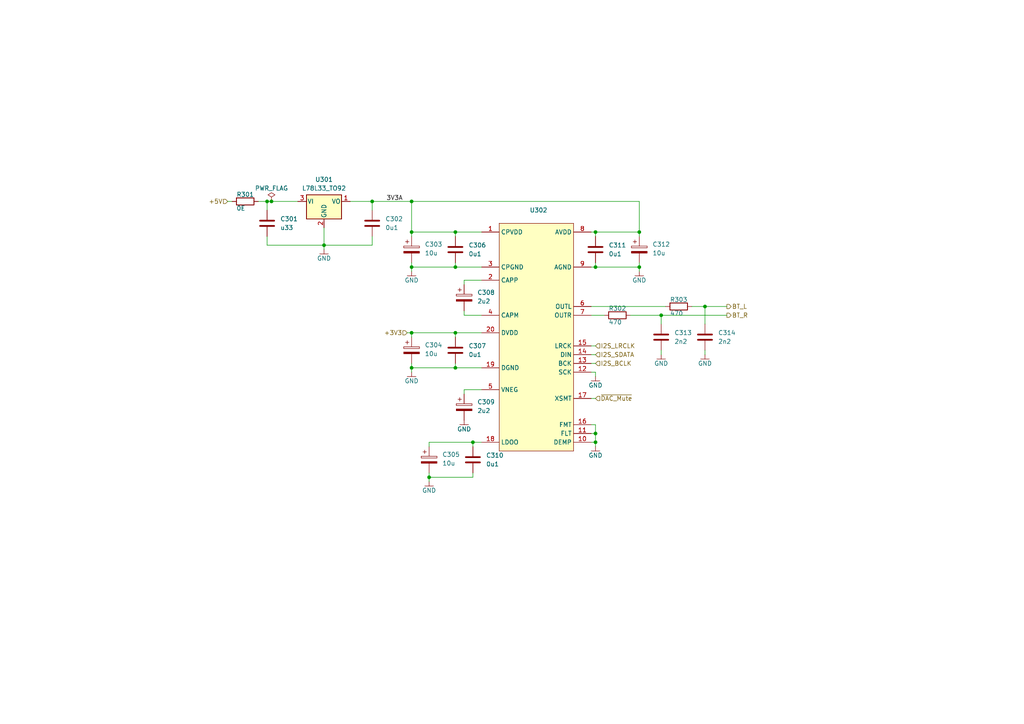
<source format=kicad_sch>
(kicad_sch (version 20250114) (generator "eeschema") (generator_version "9.0")
  (paper "A4")
  (lib_symbols
    (symbol "Device:C" (pin_numbers (hide yes)) (pin_names (offset 0.254))
      (property "Reference" "C" (at 0.635 2.54 0))
      (property "Value" "C" (at 0.635 -2.54 0))
      (symbol "C_0_1"
        (polyline (pts (xy -2.032 0.762) (xy 2.032 0.762)) (stroke (width 0.508)))
        (polyline (pts (xy -2.032 -0.762) (xy 2.032 -0.762)) (stroke (width 0.508)))
      )
      (symbol "C_1_1"
        (pin passive line (at 0 3.81 270) (length 2.794) (name "~") (number "1"))
        (pin passive line (at 0 -3.81 90) (length 2.794) (name "~") (number "2"))
      )
    )
    (symbol "Device:C_Polarized" (pin_numbers (hide yes)) (pin_names (offset 0.254))
      (property "Reference" "C" (at 0.635 2.54 0))
      (property "Value" "C_Polarized" (at 0.635 -2.54 0))
      (symbol "C_Polarized_0_1"
        (rectangle (start -2.286 0.508) (end 2.286 1.016))
        (polyline (pts (xy -1.778 2.286) (xy -0.762 2.286)))
        (polyline (pts (xy -1.27 2.794) (xy -1.27 1.778)))
        (rectangle (start 2.286 -0.508) (end -2.286 -1.016) (fill (type outline)))
      )
      (symbol "C_Polarized_1_1"
        (pin passive line (at 0 3.81 270) (length 2.794) (name "~") (number "1"))
        (pin passive line (at 0 -3.81 90) (length 2.794) (name "~") (number "2"))
      )
    )
    (symbol "Device:R" (pin_numbers (hide yes)) (pin_names (offset 0))
      (property "Reference" "R" (at 2.032 0 90))
      (property "Value" "R" (at 0 0 90))
      (symbol "R_0_1"
        (rectangle (start -1.016 -2.54) (end 1.016 2.54) (stroke (width 0.254)))
      )
      (symbol "R_1_1"
        (pin passive line (at 0 3.81 270) (length 1.27) (name "~") (number "1"))
        (pin passive line (at 0 -3.81 90) (length 1.27) (name "~") (number "2"))
      )
    )
    (symbol "Regulator_Linear:L78L33_TO92" (pin_names (offset 0.254))
      (property "Reference" "U" (at -3.81 3.175 0))
      (property "Value" "L78L33_TO92" (at 0 3.175 0))
      (symbol "L78L33_TO92_0_1"
        (rectangle (start -5.08 -5.08) (end 5.08 1.905) (stroke (width 0.254)) (fill (type background)))
      )
      (symbol "L78L33_TO92_1_1"
        (pin power_in line (at -7.62 0 0) (length 2.54) (name "VI") (number "3"))
        (pin power_in line (at 0 -7.62 90) (length 2.54) (name "GND") (number "2"))
        (pin power_out line (at 7.62 0 180) (length 2.54) (name "VO") (number "1"))
      )
    )
    (symbol "dacs:PCM5102APWR"
      (property "Reference" "U" (at 0 0 0))
      (property "id" "PCM5102APWR" (at 0 0 0))
      (symbol "PCM5102APWR_0_1"
        (rectangle (start -11.43 33.02) (end 10.16 -33.02) (fill (type background)))
      )
      (symbol "PCM5102APWR_1_1"
        (pin power_in line (at -16.51 30.48 0) (length 5.08) (name "CPVDD") (number "1"))
        (pin power_in line (at -16.51 20.32 0) (length 5.08) (name "CPGND") (number "3"))
        (pin power_out line (at -16.51 16.51 0) (length 5.08) (name "CAPP") (number "2"))
        (pin power_out line (at -16.51 6.35 0) (length 5.08) (name "CAPM") (number "4"))
        (pin power_in line (at -16.51 1.27 0) (length 5.08) (name "DVDD") (number "20"))
        (pin power_in line (at -16.51 -8.89 0) (length 5.08) (name "DGND") (number "19"))
        (pin power_out line (at -16.51 -15.24 0) (length 5.08) (name "VNEG") (number "5"))
        (pin power_out line (at -16.51 -30.48 0) (length 5.08) (name "LDOO") (number "18"))
        (pin power_in line (at 15.24 30.48 180) (length 5.08) (name "AVDD") (number "8"))
        (pin power_in line (at 15.24 20.32 180) (length 5.08) (name "AGND") (number "9"))
        (pin output line (at 15.24 8.89 180) (length 5.08) (name "OUTL") (number "6"))
        (pin output line (at 15.24 6.35 180) (length 5.08) (name "OUTR") (number "7"))
        (pin input line (at 15.24 -2.54 180) (length 5.08) (name "LRCK") (number "15"))
        (pin input line (at 15.24 -5.08 180) (length 5.08) (name "DIN") (number "14"))
        (pin input line (at 15.24 -7.62 180) (length 5.08) (name "BCK") (number "13"))
        (pin input line (at 15.24 -10.16 180) (length 5.08) (name "SCK") (number "12"))
        (pin input line (at 15.24 -17.78 180) (length 5.08) (name "XSMT") (number "17"))
        (pin input line (at 15.24 -25.4 180) (length 5.08) (name "FMT") (number "16"))
        (pin input line (at 15.24 -27.94 180) (length 5.08) (name "FLT") (number "11"))
        (pin input line (at 15.24 -30.48 180) (length 5.08) (name "DEMP") (number "10"))
      )
    )
    (symbol "mypower:GND" (power) (pin_names (offset 0))
      (property "Value" "GND" (at 0 -1.27 0))
      (symbol "GND_0_1"
        (polyline (pts (xy 0 1.27) (xy 0 0) (xy 1.27 0) (xy -1.27 0) (xy 0 0)))
      )
      (symbol "GND_1_1"
        (pin power_in line (at 0 1.27 270) (length 0) (hide yes) (name "GND") (number "1"))
      )
    )
    (symbol "power:PWR_FLAG" (power) (pin_numbers (hide yes)) (pin_names (offset 0) (hide yes))
      (property "Value" "PWR_FLAG" (at 0 3.81 0))
      (symbol "PWR_FLAG_0_0"
        (pin power_out line (at 0 0 90) (length 0) (name "pwr") (number "1"))
      )
      (symbol "PWR_FLAG_0_1"
        (polyline (pts (xy 0 0) (xy 0 1.27) (xy -1.016 1.905) (xy 0 2.54) (xy 1.016 1.905) (xy 0 1.27)))
      )
    )
  )
  (junction (at 124.46 138.43))
  (junction (at 132.08 106.68))
  (junction (at 185.42 77.47))
  (junction (at 132.08 96.52))
  (junction (at 119.38 67.31))
  (junction (at 132.08 67.31))
  (junction (at 191.77 91.44))
  (junction (at 185.42 67.31))
  (junction (at 107.95 58.42))
  (junction (at 119.38 106.68))
  (junction (at 93.98 71.12))
  (junction (at 132.08 77.47))
  (junction (at 119.38 77.47))
  (junction (at 172.72 67.31))
  (junction (at 172.72 77.47))
  (junction (at 204.47 88.9))
  (junction (at 172.72 128.27))
  (junction (at 77.47 58.42))
  (junction (at 172.72 125.73))
  (junction (at 78.74 58.42))
  (junction (at 119.38 96.52))
  (junction (at 137.16 128.27))
  (junction (at 119.38 58.42))
  (wire (pts (xy 171.45 100.33) (xy 172.72 100.33)))
  (wire (pts (xy 93.98 71.12) (xy 107.95 71.12)))
  (wire (pts (xy 132.08 77.47) (xy 139.7 77.47)))
  (wire (pts (xy 124.46 138.43) (xy 137.16 138.43)))
  (wire (pts (xy 132.08 106.68) (xy 139.7 106.68)))
  (wire (pts (xy 204.47 88.9) (xy 210.82 88.9)))
  (wire (pts (xy 132.08 76.2) (xy 132.08 77.47)))
  (wire (pts (xy 124.46 128.27) (xy 137.16 128.27)))
  (wire (pts (xy 124.46 138.43) (xy 124.46 139.7)))
  (wire (pts (xy 171.45 123.19) (xy 172.72 123.19)))
  (wire (pts (xy 172.72 128.27) (xy 172.72 129.54)))
  (wire (pts (xy 119.38 106.68) (xy 119.38 107.95)))
  (wire (pts (xy 171.45 128.27) (xy 172.72 128.27)))
  (wire (pts (xy 134.62 81.28) (xy 134.62 82.55)))
  (wire (pts (xy 171.45 125.73) (xy 172.72 125.73)))
  (wire (pts (xy 204.47 101.6) (xy 204.47 102.87)))
  (wire (pts (xy 204.47 88.9) (xy 204.47 93.98)))
  (wire (pts (xy 172.72 77.47) (xy 185.42 77.47)))
  (wire (pts (xy 171.45 88.9) (xy 193.04 88.9)))
  (wire (pts (xy 78.74 58.42) (xy 86.36 58.42)))
  (wire (pts (xy 137.16 128.27) (xy 139.7 128.27)))
  (wire (pts (xy 134.62 113.03) (xy 134.62 114.3)))
  (wire (pts (xy 191.77 91.44) (xy 191.77 93.98)))
  (wire (pts (xy 107.95 58.42) (xy 107.95 60.96)))
  (wire (pts (xy 185.42 67.31) (xy 185.42 68.58)))
  (wire (pts (xy 171.45 115.57) (xy 172.72 115.57)))
  (wire (pts (xy 74.93 58.42) (xy 77.47 58.42)))
  (wire (pts (xy 119.38 96.52) (xy 119.38 97.79)))
  (wire (pts (xy 185.42 67.31) (xy 185.42 58.42)))
  (wire (pts (xy 101.6 58.42) (xy 107.95 58.42)))
  (wire (pts (xy 107.95 71.12) (xy 107.95 68.58)))
  (wire (pts (xy 124.46 137.16) (xy 124.46 138.43)))
  (wire (pts (xy 119.38 106.68) (xy 132.08 106.68)))
  (wire (pts (xy 119.38 77.47) (xy 132.08 77.47)))
  (wire (pts (xy 124.46 129.54) (xy 124.46 128.27)))
  (wire (pts (xy 185.42 58.42) (xy 119.38 58.42)))
  (wire (pts (xy 119.38 58.42) (xy 119.38 67.31)))
  (wire (pts (xy 132.08 105.41) (xy 132.08 106.68)))
  (wire (pts (xy 77.47 68.58) (xy 77.47 71.12)))
  (wire (pts (xy 66.04 58.42) (xy 67.31 58.42)))
  (wire (pts (xy 185.42 77.47) (xy 185.42 78.74)))
  (wire (pts (xy 172.72 77.47) (xy 171.45 77.47)))
  (wire (pts (xy 118.11 96.52) (xy 119.38 96.52)))
  (wire (pts (xy 134.62 113.03) (xy 139.7 113.03)))
  (wire (pts (xy 171.45 91.44) (xy 175.26 91.44)))
  (wire (pts (xy 172.72 67.31) (xy 171.45 67.31)))
  (wire (pts (xy 172.72 68.58) (xy 172.72 67.31)))
  (wire (pts (xy 139.7 81.28) (xy 134.62 81.28)))
  (wire (pts (xy 119.38 76.2) (xy 119.38 77.47)))
  (wire (pts (xy 185.42 77.47) (xy 185.42 76.2)))
  (wire (pts (xy 172.72 123.19) (xy 172.72 125.73)))
  (wire (pts (xy 172.72 67.31) (xy 185.42 67.31)))
  (wire (pts (xy 137.16 128.27) (xy 137.16 129.54)))
  (wire (pts (xy 171.45 102.87) (xy 172.72 102.87)))
  (wire (pts (xy 132.08 67.31) (xy 139.7 67.31)))
  (wire (pts (xy 107.95 58.42) (xy 119.38 58.42)))
  (wire (pts (xy 77.47 58.42) (xy 78.74 58.42)))
  (wire (pts (xy 132.08 96.52) (xy 132.08 97.79)))
  (wire (pts (xy 171.45 105.41) (xy 172.72 105.41)))
  (wire (pts (xy 119.38 105.41) (xy 119.38 106.68)))
  (wire (pts (xy 119.38 67.31) (xy 132.08 67.31)))
  (wire (pts (xy 172.72 107.95) (xy 172.72 109.22)))
  (wire (pts (xy 134.62 91.44) (xy 134.62 90.17)))
  (wire (pts (xy 77.47 58.42) (xy 77.47 60.96)))
  (wire (pts (xy 200.66 88.9) (xy 204.47 88.9)))
  (wire (pts (xy 93.98 66.04) (xy 93.98 71.12)))
  (wire (pts (xy 132.08 96.52) (xy 139.7 96.52)))
  (wire (pts (xy 119.38 77.47) (xy 119.38 78.74)))
  (wire (pts (xy 172.72 125.73) (xy 172.72 128.27)))
  (wire (pts (xy 191.77 101.6) (xy 191.77 102.87)))
  (wire (pts (xy 139.7 91.44) (xy 134.62 91.44)))
  (wire (pts (xy 182.88 91.44) (xy 191.77 91.44)))
  (wire (pts (xy 119.38 96.52) (xy 132.08 96.52)))
  (wire (pts (xy 93.98 71.12) (xy 93.98 72.39)))
  (wire (pts (xy 171.45 107.95) (xy 172.72 107.95)))
  (wire (pts (xy 119.38 67.31) (xy 119.38 68.58)))
  (wire (pts (xy 172.72 76.2) (xy 172.72 77.47)))
  (wire (pts (xy 77.47 71.12) (xy 93.98 71.12)))
  (wire (pts (xy 132.08 67.31) (xy 132.08 68.58)))
  (wire (pts (xy 137.16 137.16) (xy 137.16 138.43)))
  (wire (pts (xy 191.77 91.44) (xy 210.82 91.44)))
  (label "3V3A" (at 116.84 58.42 180))
  (hierarchical_label "BT_R" (shape output) (at 210.82 91.44 0))
  (hierarchical_label "I2S_BCLK" (shape input) (at 172.72 105.41 0))
  (hierarchical_label "+5V" (shape input) (at 66.04 58.42 180))
  (hierarchical_label "I2S_SDATA" (shape input) (at 172.72 102.87 0))
  (hierarchical_label "I2S_LRCLK" (shape input) (at 172.72 100.33 0))
  (hierarchical_label "~{DAC_Mute}" (shape input) (at 172.72 115.57 0))
  (hierarchical_label "BT_L" (shape output) (at 210.82 88.9 0))
  (hierarchical_label "+3V3" (shape input) (at 118.11 96.52 180))
  (symbol (lib_id "mypower:GND") (at 124.46 140.97 0) (unit 1)
    (property "Reference" "#PWR0304" (effects (hide yes)))
    (property "Value" "GND" (at 124.46 142.24 0))
  )
  (symbol (lib_id "Device:C_Polarized") (at 124.46 133.35 0) (unit 1)
    (property "Reference" "C305" (at 128.27 131.826 0) (effects (justify left)))
    (property "Value" "10u" (at 128.27 134.366 0) (effects (justify left)))
    (property "Footprint" "Capacitor_THT:CP_Radial_D5.0mm_P2.00mm" (effects (hide yes)))
  )
  (symbol (lib_id "Device:C") (at 172.72 72.39 180) (unit 1)
    (property "Reference" "C311" (at 176.53 71.12 0) (effects (justify right)))
    (property "Value" "0u1" (at 176.53 73.66 0) (effects (justify right)))
    (property "Footprint" "Capacitor_THT:C_Disc_D4.7mm_W2.5mm_P5.00mm" (effects (hide yes)))
  )
  (symbol (lib_id "dacs:PCM5102APWR") (at 156.21 97.79 0) (unit 1)
    (property "Reference" "U302" (at 156.21 60.96 0))
    (property "Value" "PCM5102APWR" (effects (hide yes)))
    (property "Footprint" "Package_SO:TSSOP-20_4.4x6.5mm_P0.65mm" (effects (hide yes)))
    (property "Datasheet" "https://www.ti.com/lit/ds/symlink/pcm5102a.pdf?ts=1663521309681&ref_url=https%253A%252F%252Fwww.google.com%252F" (effects (hide yes)))
  )
  (symbol (lib_id "Device:C_Polarized") (at 134.62 118.11 0) (unit 1)
    (property "Reference" "C309" (at 138.43 116.586 0) (effects (justify left)))
    (property "Value" "2u2" (at 138.43 119.126 0) (effects (justify left)))
    (property "Footprint" "Capacitor_THT:CP_Radial_D5.0mm_P2.00mm" (effects (hide yes)))
  )
  (symbol (lib_id "Device:C_Polarized") (at 119.38 101.6 0) (unit 1)
    (property "Reference" "C304" (at 123.19 100.076 0) (effects (justify left)))
    (property "Value" "10u" (at 123.19 102.616 0) (effects (justify left)))
    (property "Footprint" "Capacitor_THT:CP_Radial_D5.0mm_P2.00mm" (effects (hide yes)))
  )
  (symbol (lib_id "Device:C") (at 132.08 101.6 180) (unit 1)
    (property "Reference" "C307" (at 135.89 100.33 0) (effects (justify right)))
    (property "Value" "0u1" (at 135.89 102.87 0) (effects (justify right)))
    (property "Footprint" "Capacitor_THT:C_Disc_D4.7mm_W2.5mm_P5.00mm" (effects (hide yes)))
  )
  (symbol (lib_id "Device:R") (at 71.12 58.42 90) (unit 1)
    (property "Reference" "R301" (at 68.58 57.15 90) (effects (justify right top)))
    (property "Value" "0E" (at 68.58 59.69 90) (effects (justify right bottom)))
    (property "Footprint" "Resistor_THT:R_Axial_DIN0207_L6.3mm_D2.5mm_P10.16mm_Horizontal" (effects (hide yes)))
  )
  (symbol (lib_id "mypower:GND") (at 134.62 123.19 0) (unit 1)
    (property "Reference" "#PWR0305" (effects (hide yes)))
    (property "Value" "GND" (at 134.62 124.46 0))
  )
  (symbol (lib_id "power:PWR_FLAG") (at 78.74 58.42 0) (unit 1)
    (property "Reference" "#FLG0301" (effects (hide yes)))
    (property "Value" "PWR_FLAG" (at 78.74 54.61 0))
  )
  (symbol (lib_id "Device:C") (at 132.08 72.39 180) (unit 1)
    (property "Reference" "C306" (at 135.89 71.12 0) (effects (justify right)))
    (property "Value" "0u1" (at 135.89 73.66 0) (effects (justify right)))
    (property "Footprint" "Capacitor_THT:C_Disc_D4.7mm_W2.5mm_P5.00mm" (effects (hide yes)))
  )
  (symbol (lib_id "Device:C") (at 137.16 133.35 180) (unit 1)
    (property "Reference" "C310" (at 140.97 132.08 0) (effects (justify right)))
    (property "Value" "0u1" (at 140.97 134.62 0) (effects (justify right)))
    (property "Footprint" "Capacitor_THT:C_Disc_D4.7mm_W2.5mm_P5.00mm" (effects (hide yes)))
  )
  (symbol (lib_id "Device:C") (at 191.77 97.79 180) (unit 1)
    (property "Reference" "C313" (at 195.58 96.52 0) (effects (justify right)))
    (property "Value" "2n2" (at 195.58 99.06 0) (effects (justify right)))
    (property "Footprint" "Capacitor_THT:C_Disc_D4.7mm_W2.5mm_P5.00mm" (effects (hide yes)))
  )
  (symbol (lib_id "Device:R") (at 196.85 88.9 90) (unit 1)
    (property "Reference" "R303" (at 194.31 87.63 90) (effects (justify right top)))
    (property "Value" "470" (at 194.31 90.17 90) (effects (justify right bottom)))
    (property "Footprint" "Resistor_THT:R_Axial_DIN0207_L6.3mm_D2.5mm_P10.16mm_Horizontal" (effects (hide yes)))
  )
  (symbol (lib_id "Device:C_Polarized") (at 134.62 86.36 0) (unit 1)
    (property "Reference" "C308" (at 138.43 84.836 0) (effects (justify left)))
    (property "Value" "2u2" (at 138.43 87.376 0) (effects (justify left)))
    (property "Footprint" "Capacitor_THT:CP_Radial_D5.0mm_P2.00mm" (effects (hide yes)))
  )
  (symbol (lib_id "Device:C") (at 77.47 64.77 180) (unit 1)
    (property "Reference" "C301" (at 81.28 63.5 0) (effects (justify right)))
    (property "Value" "u33" (at 81.28 66.04 0) (effects (justify right)))
    (property "Footprint" "Capacitor_THT:C_Disc_D4.7mm_W2.5mm_P5.00mm" (effects (hide yes)))
  )
  (symbol (lib_id "mypower:GND") (at 119.38 109.22 0) (unit 1)
    (property "Reference" "#PWR0303" (effects (hide yes)))
    (property "Value" "GND" (at 119.38 110.49 0))
  )
  (symbol (lib_id "Device:R") (at 179.07 91.44 90) (unit 1)
    (property "Reference" "R302" (at 176.53 90.17 90) (effects (justify right top)))
    (property "Value" "470" (at 176.53 92.71 90) (effects (justify right bottom)))
    (property "Footprint" "Resistor_THT:R_Axial_DIN0207_L6.3mm_D2.5mm_P10.16mm_Horizontal" (effects (hide yes)))
  )
  (symbol (lib_id "Device:C") (at 204.47 97.79 180) (unit 1)
    (property "Reference" "C314" (at 208.28 96.52 0) (effects (justify right)))
    (property "Value" "2n2" (at 208.28 99.06 0) (effects (justify right)))
    (property "Footprint" "Capacitor_THT:C_Disc_D4.7mm_W2.5mm_P5.00mm" (effects (hide yes)))
  )
  (symbol (lib_id "mypower:GND") (at 185.42 80.01 0) (mirror y) (unit 1)
    (property "Reference" "#PWR0308" (effects (hide yes)))
    (property "Value" "GND" (at 185.42 81.28 0))
  )
  (symbol (lib_id "mypower:GND") (at 93.98 73.66 0) (unit 1)
    (property "Reference" "#PWR0301" (effects (hide yes)))
    (property "Value" "GND" (at 93.98 74.93 0))
  )
  (symbol (lib_id "mypower:GND") (at 119.38 80.01 0) (unit 1)
    (property "Reference" "#PWR0302" (effects (hide yes)))
    (property "Value" "GND" (at 119.38 81.28 0))
  )
  (symbol (lib_id "Device:C_Polarized") (at 119.38 72.39 0) (unit 1)
    (property "Reference" "C303" (at 123.19 70.866 0) (effects (justify left)))
    (property "Value" "10u" (at 123.19 73.406 0) (effects (justify left)))
    (property "Footprint" "Capacitor_THT:CP_Radial_D5.0mm_P2.00mm" (effects (hide yes)))
  )
  (symbol (lib_id "mypower:GND") (at 172.72 110.49 0) (unit 1)
    (property "Reference" "#PWR0306" (effects (hide yes)))
    (property "Value" "GND" (at 172.72 111.76 0))
  )
  (symbol (lib_id "Regulator_Linear:L78L33_TO92") (at 93.98 58.42 0) (unit 1)
    (property "Reference" "U301" (at 93.98 52.07 0))
    (property "Value" "L78L33_TO92" (at 93.98 54.61 0))
    (property "Footprint" "Package_TO_SOT_THT:TO-92_Inline" (effects (hide yes)))
    (property "Datasheet" "http://www.st.com/content/ccc/resource/technical/document/datasheet/15/55/e5/aa/23/5b/43/fd/CD00000446.pdf/files/CD00000446.pdf/jcr:content/translations/en.CD00000446.pdf" (effects (hide yes)))
  )
  (symbol (lib_id "mypower:GND") (at 191.77 104.14 0) (mirror y) (unit 1)
    (property "Reference" "#PWR0309" (effects (hide yes)))
    (property "Value" "GND" (at 191.77 105.41 0))
  )
  (symbol (lib_id "mypower:GND") (at 204.47 104.14 0) (mirror y) (unit 1)
    (property "Reference" "#PWR0310" (effects (hide yes)))
    (property "Value" "GND" (at 204.47 105.41 0))
  )
  (symbol (lib_id "Device:C_Polarized") (at 185.42 72.39 0) (unit 1)
    (property "Reference" "C312" (at 189.23 70.866 0) (effects (justify left)))
    (property "Value" "10u" (at 189.23 73.406 0) (effects (justify left)))
    (property "Footprint" "Capacitor_THT:CP_Radial_D5.0mm_P2.00mm" (effects (hide yes)))
  )
  (symbol (lib_id "mypower:GND") (at 172.72 130.81 0) (unit 1)
    (property "Reference" "#PWR0307" (effects (hide yes)))
    (property "Value" "GND" (at 172.72 132.08 0))
  )
  (symbol (lib_id "Device:C") (at 107.95 64.77 180) (unit 1)
    (property "Reference" "C302" (at 111.76 63.5 0) (effects (justify right)))
    (property "Value" "0u1" (at 111.76 66.04 0) (effects (justify right)))
    (property "Footprint" "Capacitor_THT:C_Disc_D4.7mm_W2.5mm_P5.00mm" (effects (hide yes)))
  )
)
</source>
